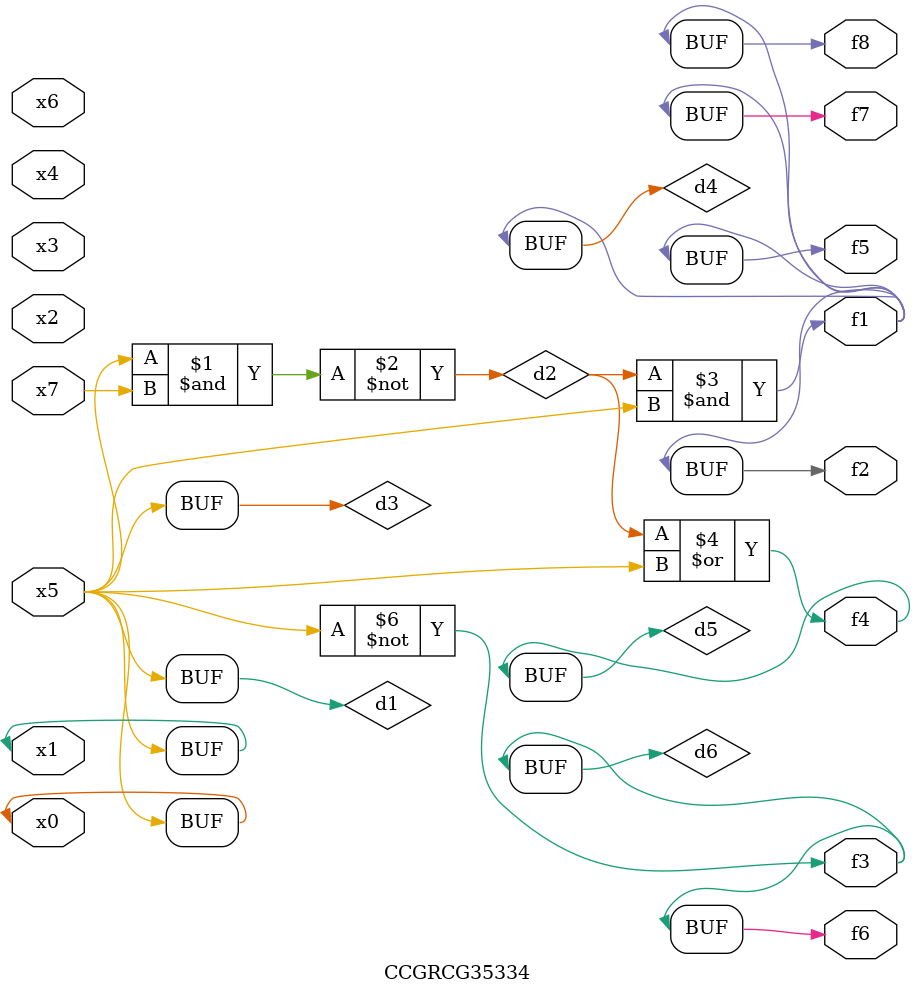
<source format=v>
module CCGRCG35334(
	input x0, x1, x2, x3, x4, x5, x6, x7,
	output f1, f2, f3, f4, f5, f6, f7, f8
);

	wire d1, d2, d3, d4, d5, d6;

	buf (d1, x0, x5);
	nand (d2, x5, x7);
	buf (d3, x0, x1);
	and (d4, d2, d3);
	or (d5, d2, d3);
	nor (d6, d1, d3);
	assign f1 = d4;
	assign f2 = d4;
	assign f3 = d6;
	assign f4 = d5;
	assign f5 = d4;
	assign f6 = d6;
	assign f7 = d4;
	assign f8 = d4;
endmodule

</source>
